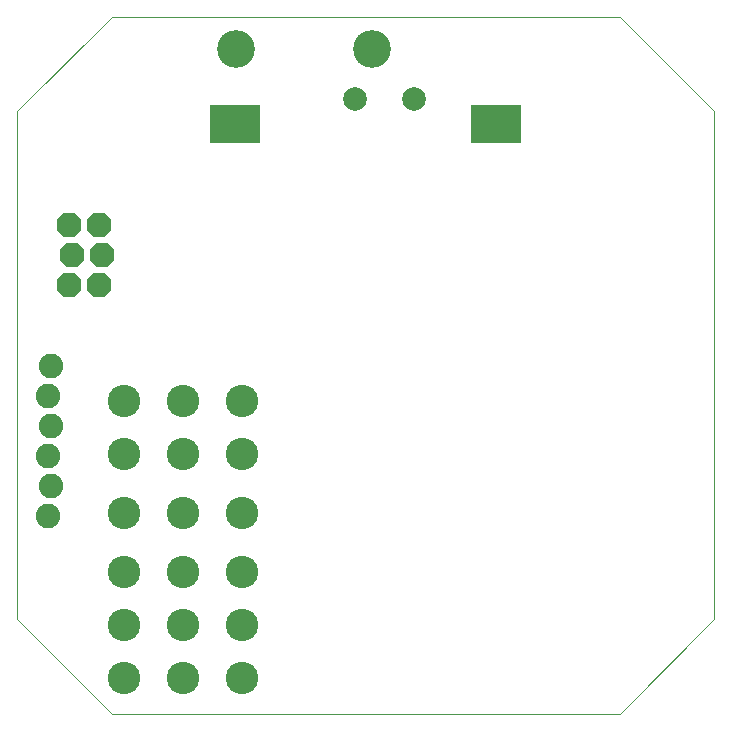
<source format=gbs>
G75*
%MOIN*%
%OFA0B0*%
%FSLAX24Y24*%
%IPPOS*%
%LPD*%
%AMOC8*
5,1,8,0,0,1.08239X$1,22.5*
%
%ADD10C,0.0000*%
%ADD11OC8,0.0820*%
%ADD12C,0.1261*%
%ADD13R,0.1261X0.1261*%
%ADD14R,0.1660X0.1260*%
%ADD15C,0.1080*%
%ADD16C,0.0820*%
%ADD17C,0.0789*%
D10*
X003294Y001045D02*
X000144Y004194D01*
X000144Y021124D01*
X003294Y024273D01*
X020223Y024273D01*
X023373Y021124D01*
X023373Y004194D01*
X020223Y001045D01*
X003294Y001045D01*
D11*
X002879Y015347D03*
X002979Y016347D03*
X001979Y016347D03*
X001879Y015347D03*
X001879Y017347D03*
X002879Y017347D03*
D12*
X007427Y023182D03*
X011959Y023182D03*
D13*
X015891Y020701D03*
X016284Y020701D03*
X007597Y020701D03*
X007203Y020701D03*
D14*
X007403Y020701D03*
X016091Y020701D03*
D15*
X007625Y011478D03*
X007625Y009706D03*
X007625Y007738D03*
X007625Y005769D03*
X007625Y003998D03*
X007625Y002226D03*
X005656Y002226D03*
X005656Y003998D03*
X005656Y005769D03*
X003688Y005769D03*
X003688Y003998D03*
X003688Y002226D03*
X003688Y007738D03*
X005656Y007738D03*
X005656Y009706D03*
X005656Y011478D03*
X003688Y011478D03*
X003688Y009706D03*
D16*
X001268Y010620D03*
X001168Y011620D03*
X001268Y012620D03*
X001168Y009620D03*
X001268Y008620D03*
X001168Y007620D03*
D17*
X011394Y021545D03*
X013378Y021545D03*
M02*

</source>
